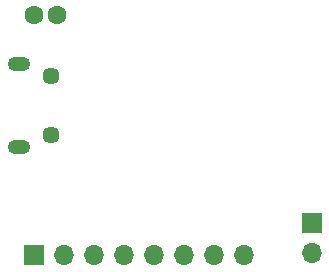
<source format=gbr>
%TF.GenerationSoftware,KiCad,Pcbnew,(6.0.7)*%
%TF.CreationDate,2022-09-13T21:36:05-06:00*%
%TF.ProjectId,attiny_rfid_light,61747469-6e79-45f7-9266-69645f6c6967,rev?*%
%TF.SameCoordinates,Original*%
%TF.FileFunction,Soldermask,Bot*%
%TF.FilePolarity,Negative*%
%FSLAX46Y46*%
G04 Gerber Fmt 4.6, Leading zero omitted, Abs format (unit mm)*
G04 Created by KiCad (PCBNEW (6.0.7)) date 2022-09-13 21:36:05*
%MOMM*%
%LPD*%
G01*
G04 APERTURE LIST*
%ADD10R,1.700000X1.700000*%
%ADD11O,1.700000X1.700000*%
%ADD12O,1.900000X1.200000*%
%ADD13C,1.450000*%
%ADD14C,1.600000*%
G04 APERTURE END LIST*
D10*
%TO.C,L_ANT1*%
X97196500Y-96347400D03*
D11*
X97196500Y-98887400D03*
%TD*%
D12*
%TO.C,J_POWER1*%
X72422500Y-89860000D03*
D13*
X75122500Y-83860000D03*
D12*
X72422500Y-82860000D03*
D13*
X75122500Y-88860000D03*
%TD*%
D10*
%TO.C,J_DEBUG1*%
X73660000Y-99060000D03*
D11*
X76200000Y-99060000D03*
X78740000Y-99060000D03*
X81280000Y-99060000D03*
X83820000Y-99060000D03*
X86360000Y-99060000D03*
X88900000Y-99060000D03*
X91440000Y-99060000D03*
%TD*%
D14*
%TO.C,C_Big1*%
X73660000Y-78740000D03*
X75660000Y-78740000D03*
%TD*%
M02*

</source>
